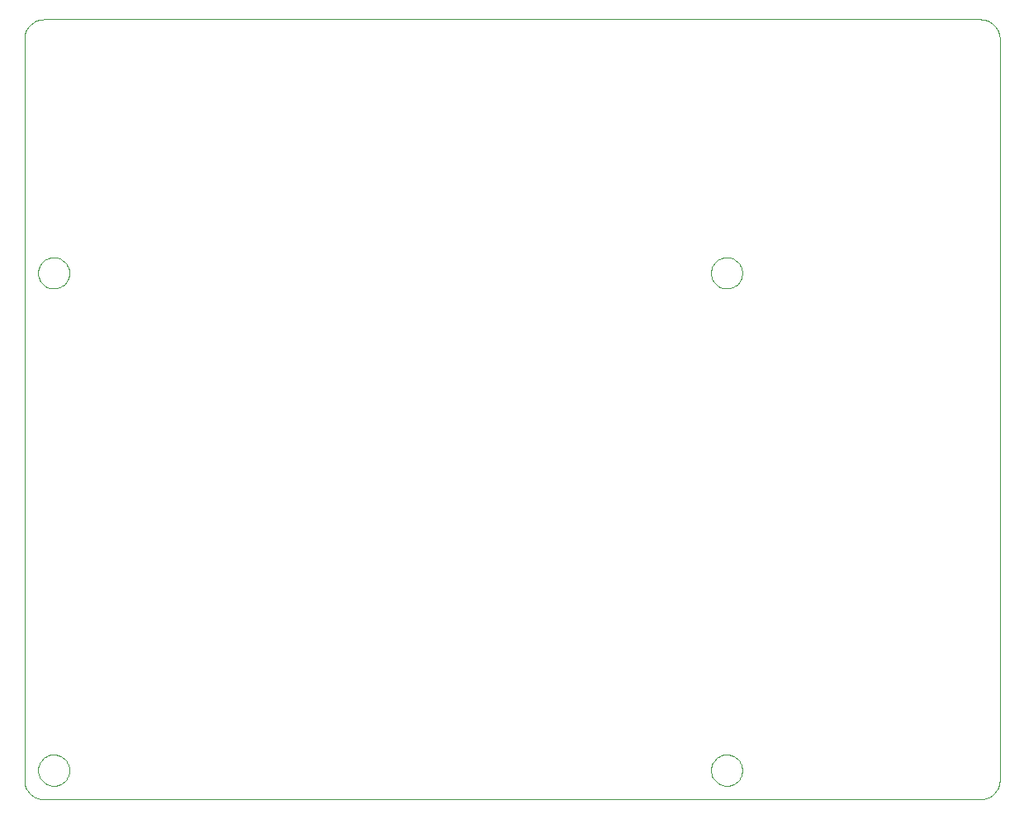
<source format=gbp>
G75*
G70*
%OFA0B0*%
%FSLAX24Y24*%
%IPPOS*%
%LPD*%
%AMOC8*
5,1,8,0,0,1.08239X$1,22.5*
%
%ADD10C,0.0000*%
D10*
X001087Y001087D02*
X038883Y001087D01*
X038883Y001088D02*
X038937Y001090D01*
X038990Y001095D01*
X039043Y001104D01*
X039095Y001117D01*
X039147Y001133D01*
X039197Y001153D01*
X039245Y001176D01*
X039292Y001203D01*
X039337Y001232D01*
X039380Y001265D01*
X039420Y001300D01*
X039458Y001338D01*
X039493Y001378D01*
X039526Y001421D01*
X039555Y001466D01*
X039582Y001513D01*
X039605Y001561D01*
X039625Y001611D01*
X039641Y001663D01*
X039654Y001715D01*
X039663Y001768D01*
X039668Y001821D01*
X039670Y001875D01*
X039670Y031796D01*
X039668Y031850D01*
X039663Y031903D01*
X039654Y031956D01*
X039641Y032008D01*
X039625Y032060D01*
X039605Y032110D01*
X039582Y032158D01*
X039555Y032205D01*
X039526Y032250D01*
X039493Y032293D01*
X039458Y032333D01*
X039420Y032371D01*
X039380Y032406D01*
X039337Y032439D01*
X039292Y032468D01*
X039245Y032495D01*
X039197Y032518D01*
X039147Y032538D01*
X039095Y032554D01*
X039043Y032567D01*
X038990Y032576D01*
X038937Y032581D01*
X038883Y032583D01*
X001087Y032583D01*
X001033Y032581D01*
X000980Y032576D01*
X000927Y032567D01*
X000875Y032554D01*
X000823Y032538D01*
X000773Y032518D01*
X000725Y032495D01*
X000678Y032468D01*
X000633Y032439D01*
X000590Y032406D01*
X000550Y032371D01*
X000512Y032333D01*
X000477Y032293D01*
X000444Y032250D01*
X000415Y032205D01*
X000388Y032158D01*
X000365Y032110D01*
X000345Y032060D01*
X000329Y032008D01*
X000316Y031956D01*
X000307Y031903D01*
X000302Y031850D01*
X000300Y031796D01*
X000300Y001875D01*
X000302Y001821D01*
X000307Y001768D01*
X000316Y001715D01*
X000329Y001663D01*
X000345Y001611D01*
X000365Y001561D01*
X000388Y001513D01*
X000415Y001466D01*
X000444Y001421D01*
X000477Y001378D01*
X000512Y001338D01*
X000550Y001300D01*
X000590Y001265D01*
X000633Y001232D01*
X000678Y001203D01*
X000725Y001176D01*
X000773Y001153D01*
X000823Y001133D01*
X000875Y001117D01*
X000927Y001104D01*
X000980Y001095D01*
X001033Y001090D01*
X001087Y001088D01*
X000851Y002269D02*
X000853Y002319D01*
X000859Y002369D01*
X000869Y002418D01*
X000883Y002466D01*
X000900Y002513D01*
X000921Y002558D01*
X000946Y002602D01*
X000974Y002643D01*
X001006Y002682D01*
X001040Y002719D01*
X001077Y002753D01*
X001117Y002783D01*
X001159Y002810D01*
X001203Y002834D01*
X001249Y002855D01*
X001296Y002871D01*
X001344Y002884D01*
X001394Y002893D01*
X001443Y002898D01*
X001494Y002899D01*
X001544Y002896D01*
X001593Y002889D01*
X001642Y002878D01*
X001690Y002863D01*
X001736Y002845D01*
X001781Y002823D01*
X001824Y002797D01*
X001865Y002768D01*
X001904Y002736D01*
X001940Y002701D01*
X001972Y002663D01*
X002002Y002623D01*
X002029Y002580D01*
X002052Y002536D01*
X002071Y002490D01*
X002087Y002442D01*
X002099Y002393D01*
X002107Y002344D01*
X002111Y002294D01*
X002111Y002244D01*
X002107Y002194D01*
X002099Y002145D01*
X002087Y002096D01*
X002071Y002048D01*
X002052Y002002D01*
X002029Y001958D01*
X002002Y001915D01*
X001972Y001875D01*
X001940Y001837D01*
X001904Y001802D01*
X001865Y001770D01*
X001824Y001741D01*
X001781Y001715D01*
X001736Y001693D01*
X001690Y001675D01*
X001642Y001660D01*
X001593Y001649D01*
X001544Y001642D01*
X001494Y001639D01*
X001443Y001640D01*
X001394Y001645D01*
X001344Y001654D01*
X001296Y001667D01*
X001249Y001683D01*
X001203Y001704D01*
X001159Y001728D01*
X001117Y001755D01*
X001077Y001785D01*
X001040Y001819D01*
X001006Y001856D01*
X000974Y001895D01*
X000946Y001936D01*
X000921Y001980D01*
X000900Y002025D01*
X000883Y002072D01*
X000869Y002120D01*
X000859Y002169D01*
X000853Y002219D01*
X000851Y002269D01*
X000851Y022347D02*
X000853Y022397D01*
X000859Y022447D01*
X000869Y022496D01*
X000883Y022544D01*
X000900Y022591D01*
X000921Y022636D01*
X000946Y022680D01*
X000974Y022721D01*
X001006Y022760D01*
X001040Y022797D01*
X001077Y022831D01*
X001117Y022861D01*
X001159Y022888D01*
X001203Y022912D01*
X001249Y022933D01*
X001296Y022949D01*
X001344Y022962D01*
X001394Y022971D01*
X001443Y022976D01*
X001494Y022977D01*
X001544Y022974D01*
X001593Y022967D01*
X001642Y022956D01*
X001690Y022941D01*
X001736Y022923D01*
X001781Y022901D01*
X001824Y022875D01*
X001865Y022846D01*
X001904Y022814D01*
X001940Y022779D01*
X001972Y022741D01*
X002002Y022701D01*
X002029Y022658D01*
X002052Y022614D01*
X002071Y022568D01*
X002087Y022520D01*
X002099Y022471D01*
X002107Y022422D01*
X002111Y022372D01*
X002111Y022322D01*
X002107Y022272D01*
X002099Y022223D01*
X002087Y022174D01*
X002071Y022126D01*
X002052Y022080D01*
X002029Y022036D01*
X002002Y021993D01*
X001972Y021953D01*
X001940Y021915D01*
X001904Y021880D01*
X001865Y021848D01*
X001824Y021819D01*
X001781Y021793D01*
X001736Y021771D01*
X001690Y021753D01*
X001642Y021738D01*
X001593Y021727D01*
X001544Y021720D01*
X001494Y021717D01*
X001443Y021718D01*
X001394Y021723D01*
X001344Y021732D01*
X001296Y021745D01*
X001249Y021761D01*
X001203Y021782D01*
X001159Y021806D01*
X001117Y021833D01*
X001077Y021863D01*
X001040Y021897D01*
X001006Y021934D01*
X000974Y021973D01*
X000946Y022014D01*
X000921Y022058D01*
X000900Y022103D01*
X000883Y022150D01*
X000869Y022198D01*
X000859Y022247D01*
X000853Y022297D01*
X000851Y022347D01*
X028016Y022347D02*
X028018Y022397D01*
X028024Y022447D01*
X028034Y022496D01*
X028048Y022544D01*
X028065Y022591D01*
X028086Y022636D01*
X028111Y022680D01*
X028139Y022721D01*
X028171Y022760D01*
X028205Y022797D01*
X028242Y022831D01*
X028282Y022861D01*
X028324Y022888D01*
X028368Y022912D01*
X028414Y022933D01*
X028461Y022949D01*
X028509Y022962D01*
X028559Y022971D01*
X028608Y022976D01*
X028659Y022977D01*
X028709Y022974D01*
X028758Y022967D01*
X028807Y022956D01*
X028855Y022941D01*
X028901Y022923D01*
X028946Y022901D01*
X028989Y022875D01*
X029030Y022846D01*
X029069Y022814D01*
X029105Y022779D01*
X029137Y022741D01*
X029167Y022701D01*
X029194Y022658D01*
X029217Y022614D01*
X029236Y022568D01*
X029252Y022520D01*
X029264Y022471D01*
X029272Y022422D01*
X029276Y022372D01*
X029276Y022322D01*
X029272Y022272D01*
X029264Y022223D01*
X029252Y022174D01*
X029236Y022126D01*
X029217Y022080D01*
X029194Y022036D01*
X029167Y021993D01*
X029137Y021953D01*
X029105Y021915D01*
X029069Y021880D01*
X029030Y021848D01*
X028989Y021819D01*
X028946Y021793D01*
X028901Y021771D01*
X028855Y021753D01*
X028807Y021738D01*
X028758Y021727D01*
X028709Y021720D01*
X028659Y021717D01*
X028608Y021718D01*
X028559Y021723D01*
X028509Y021732D01*
X028461Y021745D01*
X028414Y021761D01*
X028368Y021782D01*
X028324Y021806D01*
X028282Y021833D01*
X028242Y021863D01*
X028205Y021897D01*
X028171Y021934D01*
X028139Y021973D01*
X028111Y022014D01*
X028086Y022058D01*
X028065Y022103D01*
X028048Y022150D01*
X028034Y022198D01*
X028024Y022247D01*
X028018Y022297D01*
X028016Y022347D01*
X028016Y002269D02*
X028018Y002319D01*
X028024Y002369D01*
X028034Y002418D01*
X028048Y002466D01*
X028065Y002513D01*
X028086Y002558D01*
X028111Y002602D01*
X028139Y002643D01*
X028171Y002682D01*
X028205Y002719D01*
X028242Y002753D01*
X028282Y002783D01*
X028324Y002810D01*
X028368Y002834D01*
X028414Y002855D01*
X028461Y002871D01*
X028509Y002884D01*
X028559Y002893D01*
X028608Y002898D01*
X028659Y002899D01*
X028709Y002896D01*
X028758Y002889D01*
X028807Y002878D01*
X028855Y002863D01*
X028901Y002845D01*
X028946Y002823D01*
X028989Y002797D01*
X029030Y002768D01*
X029069Y002736D01*
X029105Y002701D01*
X029137Y002663D01*
X029167Y002623D01*
X029194Y002580D01*
X029217Y002536D01*
X029236Y002490D01*
X029252Y002442D01*
X029264Y002393D01*
X029272Y002344D01*
X029276Y002294D01*
X029276Y002244D01*
X029272Y002194D01*
X029264Y002145D01*
X029252Y002096D01*
X029236Y002048D01*
X029217Y002002D01*
X029194Y001958D01*
X029167Y001915D01*
X029137Y001875D01*
X029105Y001837D01*
X029069Y001802D01*
X029030Y001770D01*
X028989Y001741D01*
X028946Y001715D01*
X028901Y001693D01*
X028855Y001675D01*
X028807Y001660D01*
X028758Y001649D01*
X028709Y001642D01*
X028659Y001639D01*
X028608Y001640D01*
X028559Y001645D01*
X028509Y001654D01*
X028461Y001667D01*
X028414Y001683D01*
X028368Y001704D01*
X028324Y001728D01*
X028282Y001755D01*
X028242Y001785D01*
X028205Y001819D01*
X028171Y001856D01*
X028139Y001895D01*
X028111Y001936D01*
X028086Y001980D01*
X028065Y002025D01*
X028048Y002072D01*
X028034Y002120D01*
X028024Y002169D01*
X028018Y002219D01*
X028016Y002269D01*
M02*

</source>
